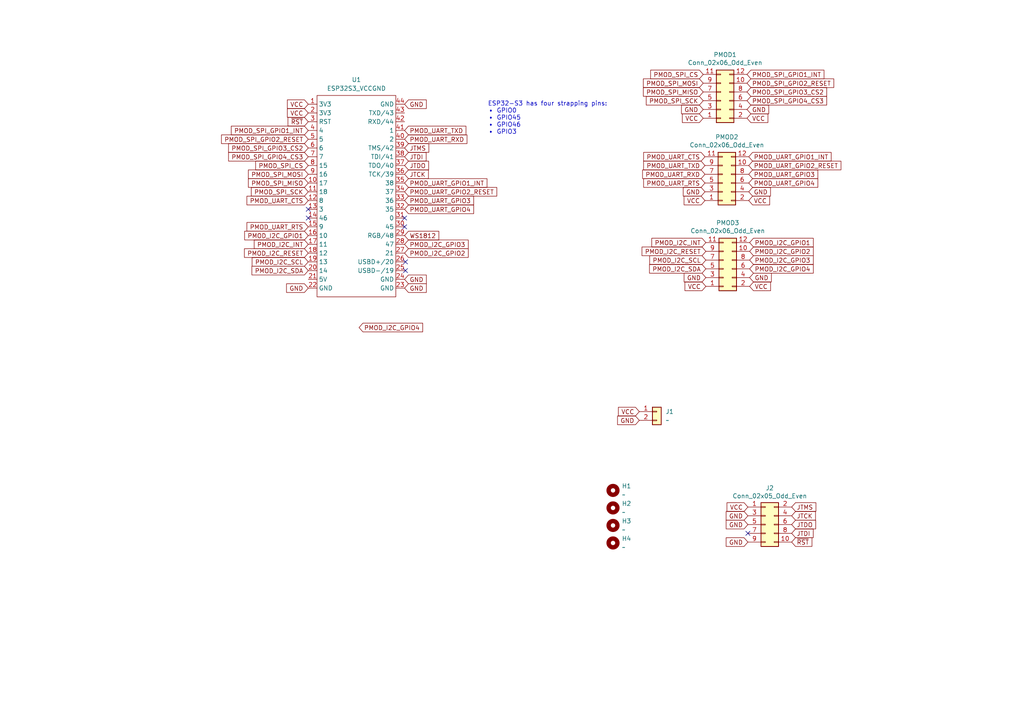
<source format=kicad_sch>
(kicad_sch (version 20211123) (generator eeschema)
  (paper "A4")
  (lib_symbols
    (symbol "AvS_Boards:ESP32S3_VCCGND"
      (property "Reference" "U" (at 0 0 0))
      (property "Value" "ESP32S3_VCCGND" (at 0 31.75 0))
      (symbol "ESP32S3_VCCGND_0_1"
        (rectangle (start -11.43 30.48) (end 11.43 -27.94))
      )
      (symbol "ESP32S3_VCCGND_1_1"
        (pin power_out line (at -13.97 27.94 0) (length 2.54) (name "3V3") (number "1"))
        (pin input line (at -13.97 5.08 0) (length 2.54) (name "17") (number "10"))
        (pin input line (at -13.97 2.54 0) (length 2.54) (name "18") (number "11"))
        (pin input line (at -13.97 0 0) (length 2.54) (name "8") (number "12"))
        (pin input line (at -13.97 -2.54 0) (length 2.54) (name "3") (number "13"))
        (pin input line (at -13.97 -5.08 0) (length 2.54) (name "46") (number "14"))
        (pin input line (at -13.97 -7.62 0) (length 2.54) (name "9") (number "15"))
        (pin input line (at -13.97 -10.16 0) (length 2.54) (name "10") (number "16"))
        (pin input line (at -13.97 -12.7 0) (length 2.54) (name "11") (number "17"))
        (pin input line (at -13.97 -15.24 0) (length 2.54) (name "12") (number "18"))
        (pin input line (at -13.97 -17.78 0) (length 2.54) (name "13") (number "19"))
        (pin power_out line (at -13.97 25.4 0) (length 2.54) (name "3V3") (number "2"))
        (pin input line (at -13.97 -20.32 0) (length 2.54) (name "14") (number "20"))
        (pin power_in line (at -13.97 -22.86 0) (length 2.54) (name "5V") (number "21"))
        (pin power_in line (at -13.97 -25.4 0) (length 2.54) (name "GND") (number "22"))
        (pin power_in line (at 13.97 -25.4 180) (length 2.54) (name "GND") (number "23"))
        (pin power_in line (at 13.97 -22.86 180) (length 2.54) (name "GND") (number "24"))
        (pin free line (at 13.97 -20.32 180) (length 2.54) (name "USBD-/19") (number "25"))
        (pin free line (at 13.97 -17.78 180) (length 2.54) (name "USBD+/20") (number "26"))
        (pin bidirectional line (at 13.97 -15.24 180) (length 2.54) (name "21") (number "27"))
        (pin bidirectional line (at 13.97 -12.7 180) (length 2.54) (name "47") (number "28"))
        (pin bidirectional line (at 13.97 -10.16 180) (length 2.54) (name "RGB/48") (number "29"))
        (pin input line (at -13.97 22.86 0) (length 2.54) (name "RST") (number "3"))
        (pin bidirectional line (at 13.97 -7.62 180) (length 2.54) (name "45") (number "30"))
        (pin bidirectional line (at 13.97 -5.08 180) (length 2.54) (name "0") (number "31"))
        (pin bidirectional line (at 13.97 -2.54 180) (length 2.54) (name "35") (number "32"))
        (pin bidirectional line (at 13.97 0 180) (length 2.54) (name "36") (number "33"))
        (pin bidirectional line (at 13.97 2.54 180) (length 2.54) (name "37") (number "34"))
        (pin bidirectional line (at 13.97 5.08 180) (length 2.54) (name "38") (number "35"))
        (pin bidirectional line (at 13.97 7.62 180) (length 2.54) (name "TCK/39") (number "36"))
        (pin bidirectional line (at 13.97 10.16 180) (length 2.54) (name "TDO/40") (number "37"))
        (pin bidirectional line (at 13.97 12.7 180) (length 2.54) (name "TDI/41") (number "38"))
        (pin bidirectional line (at 13.97 15.24 180) (length 2.54) (name "TMS/42") (number "39"))
        (pin input line (at -13.97 20.32 0) (length 2.54) (name "4") (number "4"))
        (pin bidirectional line (at 13.97 17.78 180) (length 2.54) (name "2") (number "40"))
        (pin bidirectional line (at 13.97 20.32 180) (length 2.54) (name "1") (number "41"))
        (pin bidirectional line (at 13.97 22.86 180) (length 2.54) (name "RXD/44") (number "42"))
        (pin bidirectional line (at 13.97 25.4 180) (length 2.54) (name "TXD/43") (number "43"))
        (pin power_in line (at 13.97 27.94 180) (length 2.54) (name "GND") (number "44"))
        (pin input line (at -13.97 17.78 0) (length 2.54) (name "5") (number "5"))
        (pin input line (at -13.97 15.24 0) (length 2.54) (name "6") (number "6"))
        (pin input line (at -13.97 12.7 0) (length 2.54) (name "7") (number "7"))
        (pin input line (at -13.97 10.16 0) (length 2.54) (name "15") (number "8"))
        (pin input line (at -13.97 7.62 0) (length 2.54) (name "16") (number "9"))
      )
    )
    (symbol "Connector_Generic:Conn_01x02" (pin_names (offset 1.016) hide)
      (property "Reference" "J" (at 0 2.54 0))
      (property "Value" "Conn_01x02" (at 0 -5.08 0))
      (symbol "Conn_01x02_1_1"
        (rectangle (start -1.27 -2.413) (end 0 -2.667) (stroke (width 0.1524)))
        (rectangle (start -1.27 0.127) (end 0 -0.127) (stroke (width 0.1524)))
        (rectangle (start -1.27 1.27) (end 1.27 -3.81) (stroke (width 0.254)) (fill (type background)))
        (pin passive line (at -5.08 0 0) (length 3.81) (name "Pin_1") (number "1"))
        (pin passive line (at -5.08 -2.54 0) (length 3.81) (name "Pin_2") (number "2"))
      )
    )
    (symbol "Connector_Generic:Conn_02x05_Odd_Even" (pin_names (offset 1.016) hide)
      (property "Reference" "J" (at 1.27 7.62 0))
      (property "Value" "Conn_02x05_Odd_Even" (at 1.27 -7.62 0))
      (symbol "Conn_02x05_Odd_Even_1_1"
        (rectangle (start -1.27 -4.953) (end 0 -5.207) (stroke (width 0.1524)))
        (rectangle (start -1.27 -2.413) (end 0 -2.667) (stroke (width 0.1524)))
        (rectangle (start -1.27 0.127) (end 0 -0.127) (stroke (width 0.1524)))
        (rectangle (start -1.27 2.667) (end 0 2.413) (stroke (width 0.1524)))
        (rectangle (start -1.27 5.207) (end 0 4.953) (stroke (width 0.1524)))
        (rectangle (start -1.27 6.35) (end 3.81 -6.35) (stroke (width 0.254)) (fill (type background)))
        (rectangle (start 3.81 -4.953) (end 2.54 -5.207) (stroke (width 0.1524)))
        (rectangle (start 3.81 -2.413) (end 2.54 -2.667) (stroke (width 0.1524)))
        (rectangle (start 3.81 0.127) (end 2.54 -0.127) (stroke (width 0.1524)))
        (rectangle (start 3.81 2.667) (end 2.54 2.413) (stroke (width 0.1524)))
        (rectangle (start 3.81 5.207) (end 2.54 4.953) (stroke (width 0.1524)))
        (pin passive line (at -5.08 5.08 0) (length 3.81) (name "Pin_1") (number "1"))
        (pin passive line (at 7.62 -5.08 180) (length 3.81) (name "Pin_10") (number "10"))
        (pin passive line (at 7.62 5.08 180) (length 3.81) (name "Pin_2") (number "2"))
        (pin passive line (at -5.08 2.54 0) (length 3.81) (name "Pin_3") (number "3"))
        (pin passive line (at 7.62 2.54 180) (length 3.81) (name "Pin_4") (number "4"))
        (pin passive line (at -5.08 0 0) (length 3.81) (name "Pin_5") (number "5"))
        (pin passive line (at 7.62 0 180) (length 3.81) (name "Pin_6") (number "6"))
        (pin passive line (at -5.08 -2.54 0) (length 3.81) (name "Pin_7") (number "7"))
        (pin passive line (at 7.62 -2.54 180) (length 3.81) (name "Pin_8") (number "8"))
        (pin passive line (at -5.08 -5.08 0) (length 3.81) (name "Pin_9") (number "9"))
      )
    )
    (symbol "Connector_Generic:Conn_02x06_Odd_Even" (pin_names (offset 1.016) hide)
      (property "Reference" "J" (at 1.27 7.62 0))
      (property "Value" "Conn_02x06_Odd_Even" (at 1.27 -10.16 0))
      (symbol "Conn_02x06_Odd_Even_1_1"
        (rectangle (start -1.27 -7.493) (end 0 -7.747) (stroke (width 0.1524)))
        (rectangle (start -1.27 -4.953) (end 0 -5.207) (stroke (width 0.1524)))
        (rectangle (start -1.27 -2.413) (end 0 -2.667) (stroke (width 0.1524)))
        (rectangle (start -1.27 0.127) (end 0 -0.127) (stroke (width 0.1524)))
        (rectangle (start -1.27 2.667) (end 0 2.413) (stroke (width 0.1524)))
        (rectangle (start -1.27 5.207) (end 0 4.953) (stroke (width 0.1524)))
        (rectangle (start -1.27 6.35) (end 3.81 -8.89) (stroke (width 0.254)) (fill (type background)))
        (rectangle (start 3.81 -7.493) (end 2.54 -7.747) (stroke (width 0.1524)))
        (rectangle (start 3.81 -4.953) (end 2.54 -5.207) (stroke (width 0.1524)))
        (rectangle (start 3.81 -2.413) (end 2.54 -2.667) (stroke (width 0.1524)))
        (rectangle (start 3.81 0.127) (end 2.54 -0.127) (stroke (width 0.1524)))
        (rectangle (start 3.81 2.667) (end 2.54 2.413) (stroke (width 0.1524)))
        (rectangle (start 3.81 5.207) (end 2.54 4.953) (stroke (width 0.1524)))
        (pin passive line (at -5.08 5.08 0) (length 3.81) (name "Pin_1") (number "1"))
        (pin passive line (at 7.62 -5.08 180) (length 3.81) (name "Pin_10") (number "10"))
        (pin passive line (at -5.08 -7.62 0) (length 3.81) (name "Pin_11") (number "11"))
        (pin passive line (at 7.62 -7.62 180) (length 3.81) (name "Pin_12") (number "12"))
        (pin passive line (at 7.62 5.08 180) (length 3.81) (name "Pin_2") (number "2"))
        (pin passive line (at -5.08 2.54 0) (length 3.81) (name "Pin_3") (number "3"))
        (pin passive line (at 7.62 2.54 180) (length 3.81) (name "Pin_4") (number "4"))
        (pin passive line (at -5.08 0 0) (length 3.81) (name "Pin_5") (number "5"))
        (pin passive line (at 7.62 0 180) (length 3.81) (name "Pin_6") (number "6"))
        (pin passive line (at -5.08 -2.54 0) (length 3.81) (name "Pin_7") (number "7"))
        (pin passive line (at 7.62 -2.54 180) (length 3.81) (name "Pin_8") (number "8"))
        (pin passive line (at -5.08 -5.08 0) (length 3.81) (name "Pin_9") (number "9"))
      )
    )
    (symbol "Mechanical:MountingHole" (pin_names (offset 1.016))
      (property "Reference" "H" (at 0 5.08 0))
      (property "Value" "MountingHole" (at 0 3.175 0))
      (symbol "MountingHole_0_1"
        (circle (center 0 0) (radius 1.27) (stroke (width 1.27)))
      )
    )
  )
  (no_connect (at 89.408 60.706))
  (no_connect (at 117.602 75.946))
  (no_connect (at 216.916 154.686))
  (no_connect (at 117.348 65.786))
  (no_connect (at 117.348 63.246))
  (no_connect (at 117.602 78.486))
  (no_connect (at 89.408 63.246))
  (text "ESP32-S3 has four strapping pins:\n• GPIO0\n• GPIO45\n• GPIO46\n• GPIO3" (at 141.478 39.116 0) (effects (font (size 1.27 1.27)) (justify left bottom)))
  (global_label "JTDI" (shape input) (at 229.616 154.686 0) (property "Intersheet-verwijzingen" "${INTERSHEET_REFS}" (effects hide)))
  (global_label "GND" (shape input) (at 217.424 80.518 0) (property "Intersheet-verwijzingen" "${INTERSHEET_REFS}" (effects hide)))
  (global_label "PMOD_I2C_GPIO4" (shape input) (at 104.14 94.996 0) (property "Intersheet-verwijzingen" "${INTERSHEET_REFS}" (effects hide)))
  (global_label "PMOD_I2C_INT" (shape input) (at 89.408 70.866 180) (property "Intersheet-verwijzingen" "${INTERSHEET_REFS}" (effects hide)))
  (global_label "PMOD_UART_RXD" (shape input) (at 117.348 40.386 0) (property "Intersheet-verwijzingen" "${INTERSHEET_REFS}" (effects hide)))
  (global_label "PMOD_I2C_RESET" (shape input) (at 89.408 73.406 180) (property "Intersheet-verwijzingen" "${INTERSHEET_REFS}" (effects hide)))
  (global_label "PMOD_I2C_INT" (shape input) (at 204.724 70.358 180) (property "Intersheet-verwijzingen" "${INTERSHEET_REFS}" (effects hide)))
  (global_label "VCC" (shape input) (at 185.42 119.38 180) (property "Intersheet-verwijzingen" "${INTERSHEET_REFS}" (effects hide)))
  (global_label "GND" (shape input) (at 216.662 31.75 0) (property "Intersheet-verwijzingen" "${INTERSHEET_REFS}" (effects hide)))
  (global_label "GND" (shape input) (at 89.408 83.566 180) (property "Intersheet-verwijzingen" "${INTERSHEET_REFS}" (effects hide)))
  (global_label "JTDO" (shape input) (at 117.348 48.006 0) (property "Intersheet-verwijzingen" "${INTERSHEET_REFS}" (effects hide)))
  (global_label "VCC" (shape input) (at 216.916 147.066 180) (property "Intersheet-verwijzingen" "${INTERSHEET_REFS}" (effects hide)))
  (global_label "PMOD_UART_GPIO4" (shape input) (at 217.17 53.086 0) (property "Intersheet-verwijzingen" "${INTERSHEET_REFS}" (effects hide)))
  (global_label "PMOD_UART_TXD" (shape input) (at 204.47 48.006 180) (property "Intersheet-verwijzingen" "${INTERSHEET_REFS}" (effects hide)))
  (global_label "PMOD_I2C_GPIO3" (shape input) (at 117.348 70.866 0) (property "Intersheet-verwijzingen" "${INTERSHEET_REFS}" (effects hide)))
  (global_label "PMOD_UART_GPIO2_RESET" (shape input) (at 117.348 55.626 0) (property "Intersheet-verwijzingen" "${INTERSHEET_REFS}" (effects hide)))
  (global_label "GND" (shape input) (at 117.348 83.566 0) (property "Intersheet-verwijzingen" "${INTERSHEET_REFS}" (effects hide)))
  (global_label "PMOD_SPI_GPIO1_INT" (shape input) (at 216.662 21.59 0) (property "Intersheet-verwijzingen" "${INTERSHEET_REFS}" (effects hide)))
  (global_label "GND" (shape input) (at 117.348 81.026 0) (property "Intersheet-verwijzingen" "${INTERSHEET_REFS}" (effects hide)))
  (global_label "GND" (shape input) (at 217.17 55.626 0) (property "Intersheet-verwijzingen" "${INTERSHEET_REFS}" (effects hide)))
  (global_label "PMOD_UART_RXD" (shape input) (at 204.47 50.546 180) (property "Intersheet-verwijzingen" "${INTERSHEET_REFS}" (effects hide)))
  (global_label "PMOD_UART_TXD" (shape input) (at 117.348 37.846 0) (property "Intersheet-verwijzingen" "${INTERSHEET_REFS}" (effects hide)))
  (global_label "PMOD_SPI_GPIO4_CS3" (shape input) (at 216.662 29.21 0) (property "Intersheet-verwijzingen" "${INTERSHEET_REFS}" (effects hide)))
  (global_label "PMOD_I2C_GPIO3" (shape input) (at 217.424 75.438 0) (property "Intersheet-verwijzingen" "${INTERSHEET_REFS}" (effects hide)))
  (global_label "PMOD_I2C_GPIO2" (shape input) (at 117.348 73.406 0) (property "Intersheet-verwijzingen" "${INTERSHEET_REFS}" (effects hide)))
  (global_label "PMOD_UART_GPIO1_INT" (shape input) (at 217.17 45.466 0) (property "Intersheet-verwijzingen" "${INTERSHEET_REFS}" (effects hide)))
  (global_label "PMOD_UART_CTS" (shape input) (at 89.408 58.166 180) (property "Intersheet-verwijzingen" "${INTERSHEET_REFS}" (effects hide)))
  (global_label "PMOD_SPI_GPIO3_CS2" (shape input) (at 216.662 26.67 0) (property "Intersheet-verwijzingen" "${INTERSHEET_REFS}" (effects hide)))
  (global_label "PMOD_SPI_CS" (shape input) (at 203.962 21.59 180) (property "Intersheet-verwijzingen" "${INTERSHEET_REFS}" (effects hide)))
  (global_label "PMOD_SPI_MOSI" (shape input) (at 203.962 24.13 180) (property "Intersheet-verwijzingen" "${INTERSHEET_REFS}" (effects hide)))
  (global_label "VCC" (shape input) (at 217.424 83.058 0) (property "Intersheet-verwijzingen" "${INTERSHEET_REFS}" (effects hide)))
  (global_label "PMOD_SPI_SCK" (shape input) (at 203.962 29.21 180) (property "Intersheet-verwijzingen" "${INTERSHEET_REFS}" (effects hide)))
  (global_label "WS1812" (shape input) (at 117.348 68.326 0) (property "Intersheet-verwijzingen" "${INTERSHEET_REFS}" (effects hide)))
  (global_label "GND" (shape input) (at 117.348 30.226 0) (property "Intersheet-verwijzingen" "${INTERSHEET_REFS}" (effects hide)))
  (global_label "PMOD_SPI_CS" (shape input) (at 89.408 48.006 180) (property "Intersheet-verwijzingen" "${INTERSHEET_REFS}" (effects hide)))
  (global_label "JTMS" (shape input) (at 117.348 42.926 0) (property "Intersheet-verwijzingen" "${INTERSHEET_REFS}" (effects hide)))
  (global_label "GND" (shape input) (at 204.47 55.626 180) (property "Intersheet-verwijzingen" "${INTERSHEET_REFS}" (effects hide)))
  (global_label "~{RST}" (shape input) (at 229.616 157.226 0) (property "Intersheet-verwijzingen" "${INTERSHEET_REFS}" (effects hide)))
  (global_label "VCC" (shape input) (at 204.724 83.058 180) (property "Intersheet-verwijzingen" "${INTERSHEET_REFS}" (effects hide)))
  (global_label "PMOD_I2C_SCL" (shape input) (at 204.724 75.438 180) (property "Intersheet-verwijzingen" "${INTERSHEET_REFS}" (effects hide)))
  (global_label "PMOD_I2C_GPIO4" (shape input) (at 217.424 77.978 0) (property "Intersheet-verwijzingen" "${INTERSHEET_REFS}" (effects hide)))
  (global_label "VCC" (shape input) (at 204.47 58.166 180) (property "Intersheet-verwijzingen" "${INTERSHEET_REFS}" (effects hide)))
  (global_label "GND" (shape input) (at 216.916 149.606 180) (property "Intersheet-verwijzingen" "${INTERSHEET_REFS}" (effects hide)))
  (global_label "PMOD_UART_CTS" (shape input) (at 204.47 45.466 180) (property "Intersheet-verwijzingen" "${INTERSHEET_REFS}" (effects hide)))
  (global_label "PMOD_SPI_MISO" (shape input) (at 203.962 26.67 180) (property "Intersheet-verwijzingen" "${INTERSHEET_REFS}" (effects hide)))
  (global_label "PMOD_UART_RTS" (shape input) (at 204.47 53.086 180) (property "Intersheet-verwijzingen" "${INTERSHEET_REFS}" (effects hide)))
  (global_label "VCC" (shape input) (at 89.408 32.766 180) (property "Intersheet-verwijzingen" "${INTERSHEET_REFS}" (effects hide)))
  (global_label "PMOD_UART_RTS" (shape input) (at 89.408 65.786 180) (property "Intersheet-verwijzingen" "${INTERSHEET_REFS}" (effects hide)))
  (global_label "GND" (shape input) (at 216.916 152.146 180) (property "Intersheet-verwijzingen" "${INTERSHEET_REFS}" (effects hide)))
  (global_label "PMOD_SPI_GPIO1_INT" (shape input) (at 89.408 37.846 180) (property "Intersheet-verwijzingen" "${INTERSHEET_REFS}" (effects hide)))
  (global_label "VCC" (shape input) (at 89.408 30.226 180) (property "Intersheet-verwijzingen" "${INTERSHEET_REFS}" (effects hide)))
  (global_label "PMOD_SPI_GPIO2_RESET" (shape input) (at 216.662 24.13 0) (property "Intersheet-verwijzingen" "${INTERSHEET_REFS}" (effects hide)))
  (global_label "PMOD_SPI_SCK" (shape input) (at 89.408 55.626 180) (property "Intersheet-verwijzingen" "${INTERSHEET_REFS}" (effects hide)))
  (global_label "JTCK" (shape input) (at 117.348 50.546 0) (property "Intersheet-verwijzingen" "${INTERSHEET_REFS}" (effects hide)))
  (global_label "PMOD_SPI_GPIO2_RESET" (shape input) (at 89.408 40.386 180) (property "Intersheet-verwijzingen" "${INTERSHEET_REFS}" (effects hide)))
  (global_label "PMOD_I2C_GPIO1" (shape input) (at 89.408 68.326 180) (property "Intersheet-verwijzingen" "${INTERSHEET_REFS}" (effects hide)))
  (global_label "PMOD_UART_GPIO2_RESET" (shape input) (at 217.17 48.006 0) (property "Intersheet-verwijzingen" "${INTERSHEET_REFS}" (effects hide)))
  (global_label "GND" (shape input) (at 216.916 157.226 180) (property "Intersheet-verwijzingen" "${INTERSHEET_REFS}" (effects hide)))
  (global_label "PMOD_UART_GPIO1_INT" (shape input) (at 117.348 53.086 0) (property "Intersheet-verwijzingen" "${INTERSHEET_REFS}" (effects hide)))
  (global_label "PMOD_SPI_MISO" (shape input) (at 89.408 53.086 180) (property "Intersheet-verwijzingen" "${INTERSHEET_REFS}" (effects hide)))
  (global_label "PMOD_SPI_MOSI" (shape input) (at 89.408 50.546 180) (property "Intersheet-verwijzingen" "${INTERSHEET_REFS}" (effects hide)))
  (global_label "JTDO" (shape input) (at 229.616 152.146 0) (property "Intersheet-verwijzingen" "${INTERSHEET_REFS}" (effects hide)))
  (global_label "GND" (shape input) (at 203.962 31.75 180) (property "Intersheet-verwijzingen" "${INTERSHEET_REFS}" (effects hide)))
  (global_label "PMOD_UART_GPIO4" (shape input) (at 117.348 60.706 0) (property "Intersheet-verwijzingen" "${INTERSHEET_REFS}" (effects hide)))
  (global_label "PMOD_I2C_SCL" (shape input) (at 89.408 75.946 180) (property "Intersheet-verwijzingen" "${INTERSHEET_REFS}" (effects hide)))
  (global_label "PMOD_UART_GPIO3" (shape input) (at 217.17 50.546 0) (property "Intersheet-verwijzingen" "${INTERSHEET_REFS}" (effects hide)))
  (global_label "PMOD_SPI_GPIO4_CS3" (shape input) (at 89.408 45.466 180) (property "Intersheet-verwijzingen" "${INTERSHEET_REFS}" (effects hide)))
  (global_label "PMOD_I2C_SDA" (shape input) (at 204.724 77.978 180) (property "Intersheet-verwijzingen" "${INTERSHEET_REFS}" (effects hide)))
  (global_label "GND" (shape input) (at 204.724 80.518 180) (property "Intersheet-verwijzingen" "${INTERSHEET_REFS}" (effects hide)))
  (global_label "PMOD_I2C_SDA" (shape input) (at 89.408 78.486 180) (property "Intersheet-verwijzingen" "${INTERSHEET_REFS}" (effects hide)))
  (global_label "PMOD_I2C_RESET" (shape input) (at 204.724 72.898 180) (property "Intersheet-verwijzingen" "${INTERSHEET_REFS}" (effects hide)))
  (global_label "JTCK" (shape input) (at 229.616 149.606 0) (property "Intersheet-verwijzingen" "${INTERSHEET_REFS}" (effects hide)))
  (global_label "PMOD_SPI_GPIO3_CS2" (shape input) (at 89.408 42.926 180) (property "Intersheet-verwijzingen" "${INTERSHEET_REFS}" (effects hide)))
  (global_label "JTDI" (shape input) (at 117.348 45.466 0) (property "Intersheet-verwijzingen" "${INTERSHEET_REFS}" (effects hide)))
  (global_label "PMOD_I2C_GPIO2" (shape input) (at 217.424 72.898 0) (property "Intersheet-verwijzingen" "${INTERSHEET_REFS}" (effects hide)))
  (global_label "PMOD_I2C_GPIO1" (shape input) (at 217.424 70.358 0) (property "Intersheet-verwijzingen" "${INTERSHEET_REFS}" (effects hide)))
  (global_label "VCC" (shape input) (at 203.962 34.29 180) (property "Intersheet-verwijzingen" "${INTERSHEET_REFS}" (effects hide)))
  (global_label "VCC" (shape input) (at 217.17 58.166 0) (property "Intersheet-verwijzingen" "${INTERSHEET_REFS}" (effects hide)))
  (global_label "JTMS" (shape input) (at 229.616 147.066 0) (property "Intersheet-verwijzingen" "${INTERSHEET_REFS}" (effects hide)))
  (global_label "VCC" (shape input) (at 216.662 34.29 0) (property "Intersheet-verwijzingen" "${INTERSHEET_REFS}" (effects hide)))
  (global_label "GND" (shape input) (at 185.42 121.92 180) (property "Intersheet-verwijzingen" "${INTERSHEET_REFS}" (effects hide)))
  (global_label "~{RST}" (shape input) (at 89.408 35.306 180) (property "Intersheet-verwijzingen" "${INTERSHEET_REFS}" (effects hide)))
  (global_label "PMOD_UART_GPIO3" (shape input) (at 117.348 58.166 0) (property "Intersheet-verwijzingen" "${INTERSHEET_REFS}" (effects hide)))
  (symbol (lib_id "Connector_Generic:Conn_02x06_Odd_Even") (at 209.804 77.978 0) (mirror x) (unit 1)
    (property "Reference" "PMOD3" (at 211.074 64.643 0))
    (property "Value" "Conn_02x06_Odd_Even" (at 211.074 66.9544 0))
    (property "Footprint" "Connector_PinSocket_2.54mm:PinSocket_2x06_P2.54mm_Horizontal" (effects hide))
  )
  (symbol (lib_id "Connector_Generic:Conn_02x06_Odd_Even") (at 209.042 29.21 0) (mirror x) (unit 1)
    (property "Reference" "PMOD1" (at 210.312 15.875 0))
    (property "Value" "Conn_02x06_Odd_Even" (at 210.312 18.1864 0))
    (property "Footprint" "Connector_PinSocket_2.54mm:PinSocket_2x06_P2.54mm_Horizontal" (effects hide))
  )
  (symbol (lib_id "Connector_Generic:Conn_02x06_Odd_Even") (at 209.55 53.086 0) (mirror x) (unit 1)
    (property "Reference" "PMOD2" (at 210.82 39.751 0))
    (property "Value" "Conn_02x06_Odd_Even" (at 210.82 42.0624 0))
    (property "Footprint" "Connector_PinSocket_2.54mm:PinSocket_2x06_P2.54mm_Horizontal" (effects hide))
  )
  (symbol (lib_id "Mechanical:MountingHole") (at 177.8 142.24 0) (unit 1)
    (property "Reference" "H1" (at 180.34 140.9699 0) (effects (justify left)))
    (property "Value" "~" (at 180.34 143.5099 0) (effects (justify left)))
    (property "Footprint" "MountingHole:MountingHole_3.2mm_M3_Pad_Via" (effects hide))
  )
  (symbol (lib_id "Connector_Generic:Conn_01x02") (at 190.5 119.38 0) (unit 1)
    (property "Reference" "J1" (at 193.04 119.3799 0) (effects (justify left)))
    (property "Value" "~" (at 193.04 121.9199 0) (effects (justify left)))
    (property "Footprint" "Connector_PinHeader_2.54mm:PinHeader_1x02_P2.54mm_Vertical" (effects hide))
  )
  (symbol (lib_id "Connector_Generic:Conn_02x05_Odd_Even") (at 221.996 152.146 0) (unit 1)
    (property "Reference" "J2" (at 223.266 141.5542 0))
    (property "Value" "Conn_02x05_Odd_Even" (at 223.266 143.8656 0))
    (property "Footprint" "Connector_PinHeader_1.27mm:PinHeader_2x05_P1.27mm_Vertical" (effects hide))
  )
  (symbol (lib_id "Mechanical:MountingHole") (at 177.8 152.4 0) (unit 1)
    (property "Reference" "H3" (at 180.34 151.1299 0) (effects (justify left)))
    (property "Value" "~" (at 180.34 153.6699 0) (effects (justify left)))
    (property "Footprint" "MountingHole:MountingHole_3.2mm_M3_Pad_Via" (effects hide))
  )
  (symbol (lib_id "AvS_Boards:ESP32S3_VCCGND") (at 103.378 58.166 0) (unit 1)
    (property "Reference" "U1" (at 103.378 23.114 0))
    (property "Value" "ESP32S3_VCCGND" (at 103.378 25.654 0))
    (property "Footprint" "AvS_CoreBoards:ESP32S3_VCCGND" (effects hide))
  )
  (symbol (lib_id "Mechanical:MountingHole") (at 177.8 147.32 0) (unit 1)
    (property "Reference" "H2" (at 180.34 146.0499 0) (effects (justify left)))
    (property "Value" "~" (at 180.34 148.5899 0) (effects (justify left)))
    (property "Footprint" "MountingHole:MountingHole_3.2mm_M3_Pad_Via" (effects hide))
  )
  (symbol (lib_id "Mechanical:MountingHole") (at 177.8 157.48 0) (unit 1)
    (property "Reference" "H4" (at 180.34 156.2099 0) (effects (justify left)))
    (property "Value" "~" (at 180.34 158.7499 0) (effects (justify left)))
    (property "Footprint" "MountingHole:MountingHole_3.2mm_M3_Pad_Via" (effects hide))
  )
)
</source>
